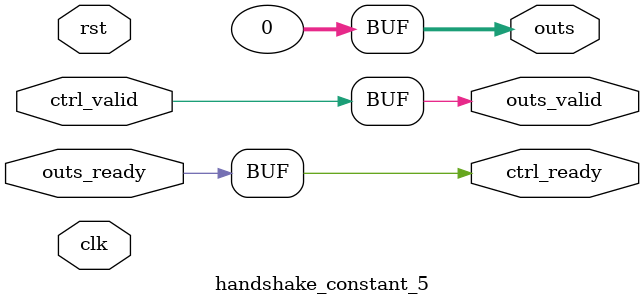
<source format=v>
`timescale 1ns / 1ps
module handshake_constant_5 #(
  parameter DATA_WIDTH = 32  // Default set to 32 bits
) (
  input                       clk,
  input                       rst,
  // Input Channel
  input                       ctrl_valid,
  output                      ctrl_ready,
  // Output Channel
  output [DATA_WIDTH - 1 : 0] outs,
  output                      outs_valid,
  input                       outs_ready
);
  assign outs       = 1'b0;
  assign outs_valid = ctrl_valid;
  assign ctrl_ready = outs_ready;

endmodule

</source>
